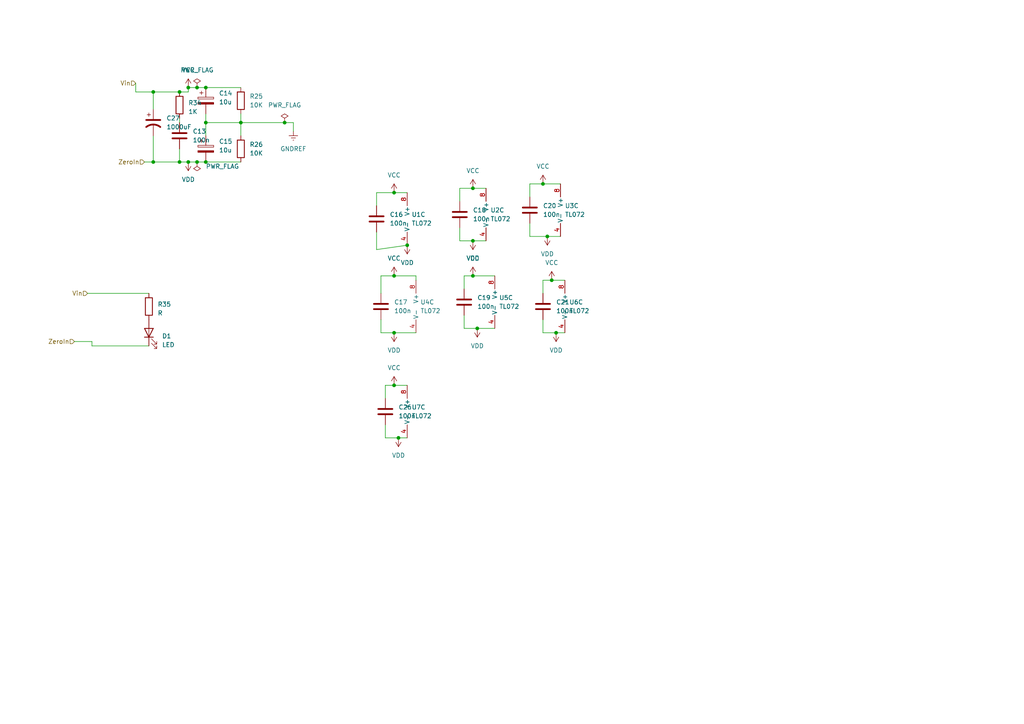
<source format=kicad_sch>
(kicad_sch (version 20230121) (generator eeschema)
  (paper "A4")
  (lib_symbols
    (symbol "Amplifier_Operational:TL072" (pin_names (offset 0.127))
      (property "Reference" "U" (at 0 5.08 0))
      (property "Value" "TL072" (at 0 -5.08 0))
      (symbol "TL072_1_1"
        (polyline (pts (xy -5.08 5.08) (xy 5.08 0) (xy -5.08 -5.08) (xy -5.08 5.08)) (stroke (width 0.254)) (fill (type background)))
        (pin output line (at 7.62 0 180) (length 2.54) (name "~") (number "1"))
        (pin input line (at -7.62 -2.54 0) (length 2.54) (name "-") (number "2"))
        (pin input line (at -7.62 2.54 0) (length 2.54) (name "+") (number "3"))
      )
      (symbol "TL072_2_1"
        (polyline (pts (xy -5.08 5.08) (xy 5.08 0) (xy -5.08 -5.08) (xy -5.08 5.08)) (stroke (width 0.254)) (fill (type background)))
        (pin input line (at -7.62 2.54 0) (length 2.54) (name "+") (number "5"))
        (pin input line (at -7.62 -2.54 0) (length 2.54) (name "-") (number "6"))
        (pin output line (at 7.62 0 180) (length 2.54) (name "~") (number "7"))
      )
      (symbol "TL072_3_1"
        (pin power_in line (at -2.54 -7.62 90) (length 3.81) (name "V-") (number "4"))
        (pin power_in line (at -2.54 7.62 270) (length 3.81) (name "V+") (number "8"))
      )
    )
    (symbol "Device:C" (pin_numbers hide) (pin_names (offset 0.254))
      (property "Reference" "C" (at 0.635 2.54 0))
      (property "Value" "C" (at 0.635 -2.54 0))
      (symbol "C_0_1"
        (polyline (pts (xy -2.032 -0.762) (xy 2.032 -0.762)) (stroke (width 0.508)))
        (polyline (pts (xy -2.032 0.762) (xy 2.032 0.762)) (stroke (width 0.508)))
      )
      (symbol "C_1_1"
        (pin passive line (at 0 3.81 270) (length 2.794) (name "~") (number "1"))
        (pin passive line (at 0 -3.81 90) (length 2.794) (name "~") (number "2"))
      )
    )
    (symbol "Device:C_Polarized" (pin_numbers hide) (pin_names (offset 0.254))
      (property "Reference" "C" (at 0.635 2.54 0))
      (property "Value" "C_Polarized" (at 0.635 -2.54 0))
      (symbol "C_Polarized_0_1"
        (rectangle (start -2.286 0.508) (end 2.286 1.016))
        (polyline (pts (xy -1.778 2.286) (xy -0.762 2.286)))
        (polyline (pts (xy -1.27 2.794) (xy -1.27 1.778)))
        (rectangle (start 2.286 -0.508) (end -2.286 -1.016) (fill (type outline)))
      )
      (symbol "C_Polarized_1_1"
        (pin passive line (at 0 3.81 270) (length 2.794) (name "~") (number "1"))
        (pin passive line (at 0 -3.81 90) (length 2.794) (name "~") (number "2"))
      )
    )
    (symbol "Device:C_Polarized_US" (pin_numbers hide) (pin_names (offset 0.254) hide)
      (property "Reference" "C" (at 0.635 2.54 0))
      (property "Value" "C_Polarized_US" (at 0.635 -2.54 0))
      (symbol "C_Polarized_US_0_1"
        (polyline (pts (xy -2.032 0.762) (xy 2.032 0.762)) (stroke (width 0.508)))
        (polyline (pts (xy -1.778 2.286) (xy -0.762 2.286)))
        (polyline (pts (xy -1.27 1.778) (xy -1.27 2.794)))
        (arc (start 2.032 -1.27) (mid 0 -0.5572) (end -2.032 -1.27) (stroke (width 0.508)))
      )
      (symbol "C_Polarized_US_1_1"
        (pin passive line (at 0 3.81 270) (length 2.794) (name "~") (number "1"))
        (pin passive line (at 0 -3.81 90) (length 3.302) (name "~") (number "2"))
      )
    )
    (symbol "Device:LED" (pin_numbers hide) (pin_names (offset 1.016) hide)
      (property "Reference" "D" (at 0 2.54 0))
      (property "Value" "LED" (at 0 -2.54 0))
      (symbol "LED_0_1"
        (polyline (pts (xy -1.27 -1.27) (xy -1.27 1.27)) (stroke (width 0.254)))
        (polyline (pts (xy -1.27 0) (xy 1.27 0)))
        (polyline (pts (xy 1.27 -1.27) (xy 1.27 1.27) (xy -1.27 0) (xy 1.27 -1.27)) (stroke (width 0.254)))
        (polyline (pts (xy -3.048 -0.762) (xy -4.572 -2.286) (xy -3.81 -2.286) (xy -4.572 -2.286) (xy -4.572 -1.524)))
        (polyline (pts (xy -1.778 -0.762) (xy -3.302 -2.286) (xy -2.54 -2.286) (xy -3.302 -2.286) (xy -3.302 -1.524)))
      )
      (symbol "LED_1_1"
        (pin passive line (at -3.81 0 0) (length 2.54) (name "K") (number "1"))
        (pin passive line (at 3.81 0 180) (length 2.54) (name "A") (number "2"))
      )
    )
    (symbol "Device:R" (pin_numbers hide) (pin_names (offset 0))
      (property "Reference" "R" (at 2.032 0 90))
      (property "Value" "R" (at 0 0 90))
      (symbol "R_0_1"
        (rectangle (start -1.016 -2.54) (end 1.016 2.54) (stroke (width 0.254)))
      )
      (symbol "R_1_1"
        (pin passive line (at 0 3.81 270) (length 1.27) (name "~") (number "1"))
        (pin passive line (at 0 -3.81 90) (length 1.27) (name "~") (number "2"))
      )
    )
    (symbol "power:GNDREF" (power) (pin_names (offset 0))
      (property "Value" "GNDREF" (at 0 -3.81 0))
      (symbol "GNDREF_0_1"
        (polyline (pts (xy -0.635 -1.905) (xy 0.635 -1.905)))
        (polyline (pts (xy -0.127 -2.54) (xy 0.127 -2.54)))
        (polyline (pts (xy 0 -1.27) (xy 0 0)))
        (polyline (pts (xy 1.27 -1.27) (xy -1.27 -1.27)))
      )
      (symbol "GNDREF_1_1"
        (pin power_in line (at 0 0 270) (length 0) hide (name "GNDREF") (number "1"))
      )
    )
    (symbol "power:PWR_FLAG" (power) (pin_numbers hide) (pin_names (offset 0) hide)
      (property "Value" "PWR_FLAG" (at 0 3.81 0))
      (symbol "PWR_FLAG_0_0"
        (pin power_out line (at 0 0 90) (length 0) (name "pwr") (number "1"))
      )
      (symbol "PWR_FLAG_0_1"
        (polyline (pts (xy 0 0) (xy 0 1.27) (xy -1.016 1.905) (xy 0 2.54) (xy 1.016 1.905) (xy 0 1.27)))
      )
    )
    (symbol "power:VCC" (power) (pin_names (offset 0))
      (property "Value" "VCC" (at 0 3.81 0))
      (symbol "VCC_0_1"
        (polyline (pts (xy -0.762 1.27) (xy 0 2.54)))
        (polyline (pts (xy 0 0) (xy 0 2.54)))
        (polyline (pts (xy 0 2.54) (xy 0.762 1.27)))
      )
      (symbol "VCC_1_1"
        (pin power_in line (at 0 0 90) (length 0) hide (name "VCC") (number "1"))
      )
    )
    (symbol "power:VDD" (power) (pin_names (offset 0))
      (property "Value" "VDD" (at 0 3.81 0))
      (symbol "VDD_0_1"
        (polyline (pts (xy -0.762 1.27) (xy 0 2.54)))
        (polyline (pts (xy 0 0) (xy 0 2.54)))
        (polyline (pts (xy 0 2.54) (xy 0.762 1.27)))
      )
      (symbol "VDD_1_1"
        (pin power_in line (at 0 0 90) (length 0) hide (name "VDD") (number "1"))
      )
    )
  )
  (junction (at 59.69 35.56))
  (junction (at 52.07 26.67))
  (junction (at 114.3 111.76))
  (junction (at 160.02 81.28))
  (junction (at 69.85 35.56))
  (junction (at 59.69 46.99))
  (junction (at 115.57 127))
  (junction (at 57.15 25.4))
  (junction (at 137.16 69.85))
  (junction (at 54.61 46.99))
  (junction (at 114.3 96.52))
  (junction (at 137.16 54.61))
  (junction (at 57.15 46.99))
  (junction (at 137.16 80.01))
  (junction (at 157.48 53.34))
  (junction (at 138.43 95.25))
  (junction (at 114.3 80.01))
  (junction (at 161.29 96.52))
  (junction (at 118.11 71.12))
  (junction (at 158.75 68.58))
  (junction (at 52.07 46.99))
  (junction (at 114.3 55.88))
  (junction (at 54.61 25.4))
  (junction (at 44.45 26.67))
  (junction (at 44.45 46.99))
  (junction (at 59.69 25.4))
  (junction (at 82.55 35.56))
  (wire (pts (xy 109.22 72.39) (xy 118.11 71.12)))
  (wire (pts (xy 157.48 53.34) (xy 162.56 53.34)))
  (wire (pts (xy 161.29 96.52) (xy 157.48 96.52)))
  (wire (pts (xy 115.57 127) (xy 111.76 127)))
  (wire (pts (xy 158.75 68.58) (xy 153.67 68.58)))
  (wire (pts (xy 143.51 80.01) (xy 137.16 80.01)))
  (wire (pts (xy 39.37 26.67) (xy 44.45 26.67)))
  (wire (pts (xy 59.69 35.56) (xy 59.69 39.37)))
  (wire (pts (xy 52.07 46.99) (xy 54.61 46.99)))
  (wire (pts (xy 120.65 80.01) (xy 120.65 81.28)))
  (wire (pts (xy 59.69 33.02) (xy 59.69 35.56)))
  (wire (pts (xy 26.67 99.06) (xy 26.67 100.33)))
  (wire (pts (xy 85.09 35.56) (xy 82.55 35.56)))
  (wire (pts (xy 153.67 57.15) (xy 153.67 53.34)))
  (wire (pts (xy 114.3 80.01) (xy 120.65 80.01)))
  (wire (pts (xy 54.61 46.99) (xy 57.15 46.99)))
  (wire (pts (xy 57.15 25.4) (xy 59.69 25.4)))
  (wire (pts (xy 57.15 46.99) (xy 59.69 46.99)))
  (wire (pts (xy 110.49 80.01) (xy 114.3 80.01)))
  (wire (pts (xy 157.48 96.52) (xy 157.48 92.71)))
  (wire (pts (xy 39.37 26.67) (xy 39.37 24.13)))
  (wire (pts (xy 111.76 127) (xy 111.76 123.19)))
  (wire (pts (xy 160.02 81.28) (xy 157.48 81.28)))
  (wire (pts (xy 69.85 35.56) (xy 69.85 39.37)))
  (wire (pts (xy 134.62 80.01) (xy 134.62 83.82)))
  (wire (pts (xy 137.16 54.61) (xy 140.97 54.61)))
  (wire (pts (xy 140.97 69.85) (xy 137.16 69.85)))
  (wire (pts (xy 118.11 111.76) (xy 114.3 111.76)))
  (wire (pts (xy 44.45 46.99) (xy 52.07 46.99)))
  (wire (pts (xy 21.59 99.06) (xy 26.67 99.06)))
  (wire (pts (xy 82.55 35.56) (xy 69.85 35.56)))
  (wire (pts (xy 153.67 53.34) (xy 157.48 53.34)))
  (wire (pts (xy 52.07 34.29) (xy 52.07 35.56)))
  (wire (pts (xy 44.45 39.37) (xy 44.45 46.99)))
  (wire (pts (xy 44.45 26.67) (xy 44.45 31.75)))
  (wire (pts (xy 59.69 46.99) (xy 69.85 46.99)))
  (wire (pts (xy 69.85 33.02) (xy 69.85 35.56)))
  (wire (pts (xy 134.62 95.25) (xy 134.62 91.44)))
  (wire (pts (xy 110.49 96.52) (xy 110.49 92.71)))
  (wire (pts (xy 109.22 55.88) (xy 114.3 55.88)))
  (wire (pts (xy 109.22 59.69) (xy 109.22 55.88)))
  (wire (pts (xy 143.51 95.25) (xy 138.43 95.25)))
  (wire (pts (xy 110.49 85.09) (xy 110.49 80.01)))
  (wire (pts (xy 138.43 95.25) (xy 134.62 95.25)))
  (wire (pts (xy 114.3 96.52) (xy 110.49 96.52)))
  (wire (pts (xy 133.35 69.85) (xy 133.35 66.04)))
  (wire (pts (xy 41.91 46.99) (xy 44.45 46.99)))
  (wire (pts (xy 162.56 68.58) (xy 158.75 68.58)))
  (wire (pts (xy 59.69 25.4) (xy 69.85 25.4)))
  (wire (pts (xy 163.83 81.28) (xy 160.02 81.28)))
  (wire (pts (xy 114.3 55.88) (xy 118.11 55.88)))
  (wire (pts (xy 25.4 85.09) (xy 43.18 85.09)))
  (wire (pts (xy 52.07 43.18) (xy 52.07 46.99)))
  (wire (pts (xy 54.61 25.4) (xy 57.15 25.4)))
  (wire (pts (xy 69.85 35.56) (xy 59.69 35.56)))
  (wire (pts (xy 111.76 111.76) (xy 111.76 115.57)))
  (wire (pts (xy 109.22 67.31) (xy 109.22 72.39)))
  (wire (pts (xy 43.18 100.33) (xy 26.67 100.33)))
  (wire (pts (xy 85.09 38.1) (xy 85.09 35.56)))
  (wire (pts (xy 54.61 26.67) (xy 54.61 25.4)))
  (wire (pts (xy 163.83 96.52) (xy 161.29 96.52)))
  (wire (pts (xy 157.48 81.28) (xy 157.48 85.09)))
  (wire (pts (xy 137.16 80.01) (xy 134.62 80.01)))
  (wire (pts (xy 120.65 96.52) (xy 114.3 96.52)))
  (wire (pts (xy 114.3 111.76) (xy 111.76 111.76)))
  (wire (pts (xy 133.35 54.61) (xy 137.16 54.61)))
  (wire (pts (xy 52.07 26.67) (xy 54.61 26.67)))
  (wire (pts (xy 118.11 127) (xy 115.57 127)))
  (wire (pts (xy 133.35 58.42) (xy 133.35 54.61)))
  (wire (pts (xy 44.45 26.67) (xy 52.07 26.67)))
  (wire (pts (xy 137.16 69.85) (xy 133.35 69.85)))
  (wire (pts (xy 153.67 68.58) (xy 153.67 64.77)))
  (hierarchical_label "Vin" (shape input) (at 25.4 85.09 180))
  (hierarchical_label "ZeroIn" (shape input) (at 21.59 99.06 180))
  (hierarchical_label "ZeroIn" (shape input) (at 41.91 46.99 180))
  (hierarchical_label "Vin" (shape input) (at 39.37 24.13 180))
  (symbol (lib_id "Device:C") (at 153.67 60.96 0) (unit 1)
    (property "Reference" "C20" (at 157.48 59.6899 0) (effects (justify left)))
    (property "Value" "100n" (at 157.48 62.2299 0) (effects (justify left)))
    (property "Footprint" "Capacitor_THT:C_Disc_D7.5mm_W5.0mm_P7.50mm" (effects hide))
  )
  (symbol (lib_id "power:VCC") (at 157.48 53.34 0) (unit 1)
    (property "Reference" "#PWR027" (effects hide))
    (property "Value" "VCC" (at 157.48 48.26 0))
  )
  (symbol (lib_id "Device:C") (at 111.76 119.38 0) (unit 1)
    (property "Reference" "C26" (at 115.57 118.1099 0) (effects (justify left)))
    (property "Value" "100n" (at 115.57 120.6499 0) (effects (justify left)))
    (property "Footprint" "Capacitor_THT:C_Disc_D7.5mm_W5.0mm_P7.50mm" (effects hide))
  )
  (symbol (lib_id "power:VCC") (at 54.61 25.4 0) (unit 1)
    (property "Reference" "#PWR016" (effects hide))
    (property "Value" "VCC" (at 54.61 20.32 0))
  )
  (symbol (lib_id "Device:C") (at 134.62 87.63 0) (unit 1)
    (property "Reference" "C19" (at 138.43 86.3599 0) (effects (justify left)))
    (property "Value" "100n" (at 138.43 88.8999 0) (effects (justify left)))
    (property "Footprint" "Capacitor_THT:C_Disc_D7.5mm_W5.0mm_P7.50mm" (effects hide))
  )
  (symbol (lib_id "power:PWR_FLAG") (at 57.15 25.4 0) (unit 1)
    (property "Reference" "#FLG01" (effects hide))
    (property "Value" "PWR_FLAG" (at 57.15 20.32 0))
  )
  (symbol (lib_id "Device:C") (at 109.22 63.5 0) (unit 1)
    (property "Reference" "C16" (at 113.03 62.2299 0) (effects (justify left)))
    (property "Value" "100n" (at 113.03 64.7699 0) (effects (justify left)))
    (property "Footprint" "Capacitor_THT:C_Disc_D7.5mm_W5.0mm_P7.50mm" (effects hide))
  )
  (symbol (lib_id "Device:R") (at 69.85 43.18 0) (unit 1)
    (property "Reference" "R26" (at 72.39 41.9099 0) (effects (justify left)))
    (property "Value" "10K" (at 72.39 44.4499 0) (effects (justify left)))
    (property "Footprint" "Resistor_THT:R_Axial_DIN0207_L6.3mm_D2.5mm_P7.62mm_Horizontal" (effects hide))
  )
  (symbol (lib_id "Amplifier_Operational:TL072") (at 146.05 87.63 0) (unit 3)
    (property "Reference" "U5" (at 144.78 86.3599 0) (effects (justify left)))
    (property "Value" "TL072" (at 144.78 88.8999 0) (effects (justify left)))
    (property "Footprint" "Package_DIP:DIP-8_W7.62mm_Socket" (effects hide))
    (property "Datasheet" "http://www.ti.com/lit/ds/symlink/tl071.pdf" (effects hide))
  )
  (symbol (lib_id "power:VDD") (at 118.11 71.12 180) (unit 1)
    (property "Reference" "#PWR022" (effects hide))
    (property "Value" "VDD" (at 118.11 76.2 0))
  )
  (symbol (lib_id "power:VCC") (at 114.3 111.76 0) (unit 1)
    (property "Reference" "#PWR0105" (effects hide))
    (property "Value" "VCC" (at 114.3 106.68 0))
  )
  (symbol (lib_id "Device:R") (at 69.85 29.21 0) (unit 1)
    (property "Reference" "R25" (at 72.39 27.9399 0) (effects (justify left)))
    (property "Value" "10K" (at 72.39 30.4799 0) (effects (justify left)))
    (property "Footprint" "Resistor_THT:R_Axial_DIN0207_L6.3mm_D2.5mm_P7.62mm_Horizontal" (effects hide))
  )
  (symbol (lib_id "power:VDD") (at 137.16 69.85 180) (unit 1)
    (property "Reference" "#PWR024" (effects hide))
    (property "Value" "VDD" (at 137.16 74.93 0))
  )
  (symbol (lib_id "power:PWR_FLAG") (at 82.55 35.56 0) (unit 1)
    (property "Reference" "#FLG03" (effects hide))
    (property "Value" "PWR_FLAG" (at 82.55 30.48 0))
  )
  (symbol (lib_id "power:VCC") (at 137.16 54.61 0) (unit 1)
    (property "Reference" "#PWR023" (effects hide))
    (property "Value" "VCC" (at 137.16 49.53 0))
  )
  (symbol (lib_id "Device:C") (at 157.48 88.9 0) (unit 1)
    (property "Reference" "C21" (at 161.29 87.6299 0) (effects (justify left)))
    (property "Value" "100n" (at 161.29 90.1699 0) (effects (justify left)))
    (property "Footprint" "Capacitor_THT:C_Disc_D7.5mm_W5.0mm_P7.50mm" (effects hide))
  )
  (symbol (lib_id "power:PWR_FLAG") (at 57.15 46.99 180) (unit 1)
    (property "Reference" "#FLG02" (effects hide))
    (property "Value" "PWR_FLAG" (at 59.69 48.2599 0) (effects (justify right)))
  )
  (symbol (lib_id "Amplifier_Operational:TL072") (at 123.19 88.9 0) (unit 3)
    (property "Reference" "U4" (at 121.92 87.6299 0) (effects (justify left)))
    (property "Value" "TL072" (at 121.92 90.1699 0) (effects (justify left)))
    (property "Footprint" "Package_DIP:DIP-8_W7.62mm_Socket" (effects hide))
    (property "Datasheet" "http://www.ti.com/lit/ds/symlink/tl071.pdf" (effects hide))
  )
  (symbol (lib_id "Amplifier_Operational:TL072") (at 120.65 63.5 0) (unit 3)
    (property "Reference" "U1" (at 119.38 62.2299 0) (effects (justify left)))
    (property "Value" "TL072" (at 119.38 64.7699 0) (effects (justify left)))
    (property "Footprint" "Package_DIP:DIP-8_W7.62mm_Socket" (effects hide))
    (property "Datasheet" "http://www.ti.com/lit/ds/symlink/tl071.pdf" (effects hide))
  )
  (symbol (lib_id "power:VDD") (at 161.29 96.52 180) (unit 1)
    (property "Reference" "#PWR030" (effects hide))
    (property "Value" "VDD" (at 161.29 101.6 0))
  )
  (symbol (lib_id "Device:C") (at 110.49 88.9 0) (unit 1)
    (property "Reference" "C17" (at 114.3 87.6299 0) (effects (justify left)))
    (property "Value" "100n" (at 114.3 90.1699 0) (effects (justify left)))
    (property "Footprint" "Capacitor_THT:C_Disc_D7.5mm_W5.0mm_P7.50mm" (effects hide))
  )
  (symbol (lib_id "Device:C") (at 52.07 39.37 0) (unit 1)
    (property "Reference" "C13" (at 55.88 38.0999 0) (effects (justify left)))
    (property "Value" "100n" (at 55.88 40.6399 0) (effects (justify left)))
    (property "Footprint" "Capacitor_THT:C_Disc_D7.5mm_W5.0mm_P7.50mm" (effects hide))
  )
  (symbol (lib_id "Device:R") (at 52.07 30.48 0) (unit 1)
    (property "Reference" "R34" (at 54.61 29.845 0) (effects (justify left)))
    (property "Value" "1K" (at 54.61 32.385 0) (effects (justify left)))
  )
  (symbol (lib_id "power:VDD") (at 54.61 46.99 180) (unit 1)
    (property "Reference" "#PWR017" (effects hide))
    (property "Value" "VDD" (at 54.61 52.07 0))
  )
  (symbol (lib_id "Amplifier_Operational:TL072") (at 143.51 62.23 0) (unit 3)
    (property "Reference" "U2" (at 142.24 60.9599 0) (effects (justify left)))
    (property "Value" "TL072" (at 142.24 63.4999 0) (effects (justify left)))
    (property "Footprint" "Package_DIP:DIP-8_W7.62mm_Socket" (effects hide))
    (property "Datasheet" "http://www.ti.com/lit/ds/symlink/tl071.pdf" (effects hide))
  )
  (symbol (lib_id "Device:C") (at 133.35 62.23 0) (unit 1)
    (property "Reference" "C18" (at 137.16 60.9599 0) (effects (justify left)))
    (property "Value" "100n" (at 137.16 63.4999 0) (effects (justify left)))
    (property "Footprint" "Capacitor_THT:C_Disc_D7.5mm_W5.0mm_P7.50mm" (effects hide))
  )
  (symbol (lib_id "power:VDD") (at 158.75 68.58 180) (unit 1)
    (property "Reference" "#PWR028" (effects hide))
    (property "Value" "VDD" (at 158.75 73.66 0))
  )
  (symbol (lib_id "power:VCC") (at 137.16 80.01 0) (unit 1)
    (property "Reference" "#PWR025" (effects hide))
    (property "Value" "VCC" (at 137.16 74.93 0))
  )
  (symbol (lib_id "Device:LED") (at 43.18 96.52 90) (unit 1)
    (property "Reference" "D1" (at 46.99 97.4725 90) (effects (justify right)))
    (property "Value" "LED" (at 46.99 100.0125 90) (effects (justify right)))
  )
  (symbol (lib_id "Device:C_Polarized") (at 59.69 43.18 0) (unit 1)
    (property "Reference" "C15" (at 63.5 41.0209 0) (effects (justify left)))
    (property "Value" "10u" (at 63.5 43.5609 0) (effects (justify left)))
    (property "Footprint" "Capacitor_THT:CP_Radial_D8.0mm_P3.50mm" (effects hide))
  )
  (symbol (lib_id "Amplifier_Operational:TL072") (at 166.37 88.9 0) (unit 3)
    (property "Reference" "U6" (at 165.1 87.6299 0) (effects (justify left)))
    (property "Value" "TL072" (at 165.1 90.1699 0) (effects (justify left)))
    (property "Footprint" "Package_DIP:DIP-8_W7.62mm_Socket" (effects hide))
    (property "Datasheet" "http://www.ti.com/lit/ds/symlink/tl071.pdf" (effects hide))
  )
  (symbol (lib_id "power:VCC") (at 114.3 80.01 0) (unit 1)
    (property "Reference" "#PWR020" (effects hide))
    (property "Value" "VCC" (at 114.3 74.93 0))
  )
  (symbol (lib_id "power:VDD") (at 138.43 95.25 180) (unit 1)
    (property "Reference" "#PWR026" (effects hide))
    (property "Value" "VDD" (at 138.43 100.33 0))
  )
  (symbol (lib_id "Device:C_Polarized_US") (at 44.45 35.56 0) (unit 1)
    (property "Reference" "C27" (at 48.26 34.29 0) (effects (justify left)))
    (property "Value" "1000uF" (at 48.26 36.83 0) (effects (justify left)))
  )
  (symbol (lib_id "Device:C_Polarized") (at 59.69 29.21 0) (unit 1)
    (property "Reference" "C14" (at 63.5 27.0509 0) (effects (justify left)))
    (property "Value" "10u" (at 63.5 29.5909 0) (effects (justify left)))
    (property "Footprint" "Capacitor_THT:CP_Radial_D8.0mm_P3.50mm" (effects hide))
  )
  (symbol (lib_id "Amplifier_Operational:TL072") (at 120.65 119.38 0) (unit 3)
    (property "Reference" "U7" (at 119.38 118.1099 0) (effects (justify left)))
    (property "Value" "TL072" (at 119.38 120.6499 0) (effects (justify left)))
    (property "Footprint" "Package_DIP:DIP-8_W7.62mm_Socket" (effects hide))
    (property "Datasheet" "http://www.ti.com/lit/ds/symlink/tl071.pdf" (effects hide))
  )
  (symbol (lib_id "power:GNDREF") (at 85.09 38.1 0) (unit 1)
    (property "Reference" "#PWR018" (effects hide))
    (property "Value" "GNDREF" (at 85.09 43.18 0))
  )
  (symbol (lib_id "power:VCC") (at 160.02 81.28 0) (unit 1)
    (property "Reference" "#PWR029" (effects hide))
    (property "Value" "VCC" (at 160.02 76.2 0))
  )
  (symbol (lib_id "Amplifier_Operational:TL072") (at 165.1 60.96 0) (unit 3)
    (property "Reference" "U3" (at 163.83 59.6899 0) (effects (justify left)))
    (property "Value" "TL072" (at 163.83 62.2299 0) (effects (justify left)))
    (property "Footprint" "Package_DIP:DIP-8_W7.62mm_Socket" (effects hide))
    (property "Datasheet" "http://www.ti.com/lit/ds/symlink/tl071.pdf" (effects hide))
  )
  (symbol (lib_id "power:VDD") (at 115.57 127 180) (unit 1)
    (property "Reference" "#PWR0106" (effects hide))
    (property "Value" "VDD" (at 115.57 132.08 0))
  )
  (symbol (lib_id "power:VDD") (at 114.3 96.52 180) (unit 1)
    (property "Reference" "#PWR021" (effects hide))
    (property "Value" "VDD" (at 114.3 101.6 0))
  )
  (symbol (lib_id "Device:R") (at 43.18 88.9 0) (unit 1)
    (property "Reference" "R35" (at 45.72 88.265 0) (effects (justify left)))
    (property "Value" "R" (at 45.72 90.805 0) (effects (justify left)))
  )
  (symbol (lib_id "power:VCC") (at 114.3 55.88 0) (unit 1)
    (property "Reference" "#PWR019" (effects hide))
    (property "Value" "VCC" (at 114.3 50.8 0))
  )
)
</source>
